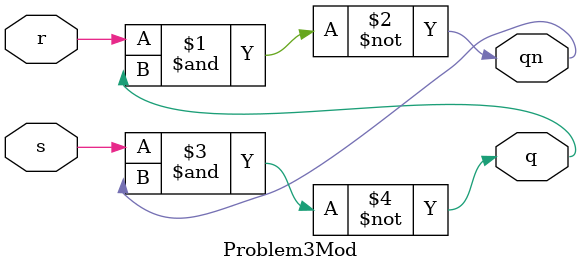
<source format=v>
`timescale 1ns / 1ps

module Problem3Mod(
    input r,
    input s,
    output q,
    output qn
    );
    
    assign #1 qn=~(r&q);
    assign #1 q=~(s&qn);

endmodule

</source>
